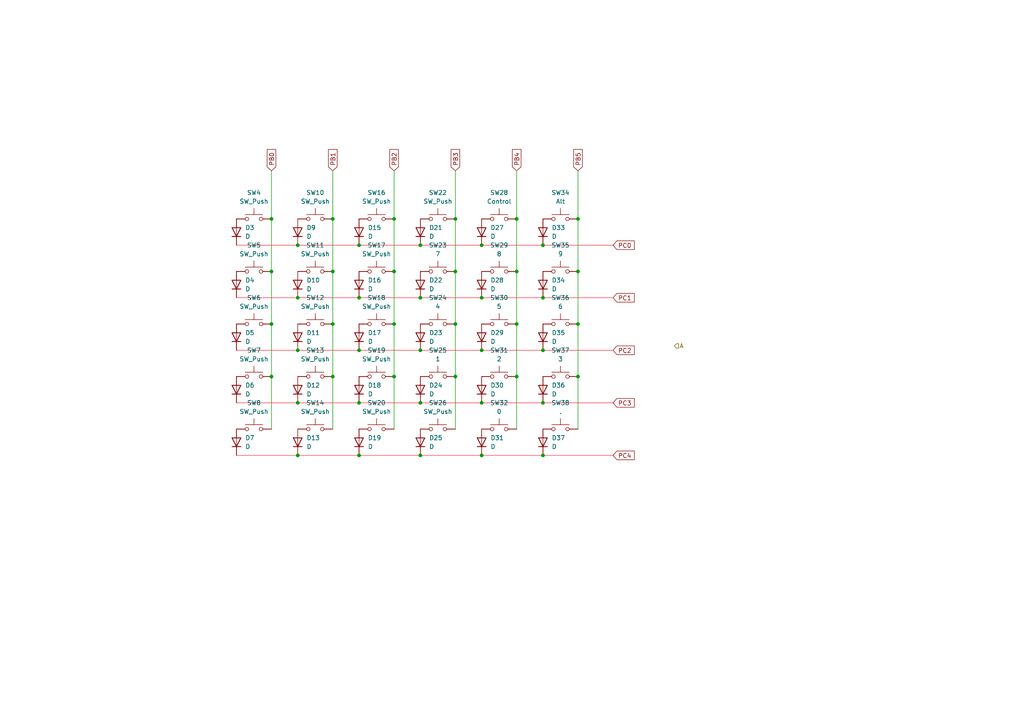
<source format=kicad_sch>
(kicad_sch (version 20211123) (generator eeschema)
  (paper "A4")
  (lib_symbols
    (symbol "Device:D" (pin_numbers hide) (pin_names (offset 1.016) hide)
      (property "Reference" "D" (at 0 2.54 0))
      (property "Value" "D" (at 0 -2.54 0))
      (symbol "D_0_1"
        (polyline (pts (xy -1.27 1.27) (xy -1.27 -1.27)) (stroke (width 0.254)))
        (polyline (pts (xy 1.27 0) (xy -1.27 0)))
        (polyline (pts (xy 1.27 1.27) (xy 1.27 -1.27) (xy -1.27 0) (xy 1.27 1.27)) (stroke (width 0.254)))
      )
      (symbol "D_1_1"
        (pin passive line (at -3.81 0 0) (length 2.54) (name "K") (number "1"))
        (pin passive line (at 3.81 0 180) (length 2.54) (name "A") (number "2"))
      )
    )
    (symbol "Switch:SW_Push" (pin_numbers hide) (pin_names (offset 1.016) hide)
      (property "Reference" "SW" (at 1.27 2.54 0))
      (property "Value" "SW_Push" (at 0 -1.524 0))
      (symbol "SW_Push_0_1"
        (circle (center -2.032 0) (radius 0.508))
        (polyline (pts (xy 0 1.27) (xy 0 3.048)))
        (polyline (pts (xy 2.54 1.27) (xy -2.54 1.27)))
        (circle (center 2.032 0) (radius 0.508))
        (pin passive line (at -5.08 0 0) (length 2.54) (name "1") (number "1"))
        (pin passive line (at 5.08 0 180) (length 2.54) (name "2") (number "2"))
      )
    )
  )
  (junction (at 139.7 86.36))
  (junction (at 157.48 86.36))
  (junction (at 86.36 116.84))
  (junction (at 78.74 109.22))
  (junction (at 121.92 86.36))
  (junction (at 104.14 86.36))
  (junction (at 96.52 109.22))
  (junction (at 121.92 116.84))
  (junction (at 86.36 101.6))
  (junction (at 104.14 101.6))
  (junction (at 78.74 93.98))
  (junction (at 139.7 101.6))
  (junction (at 132.08 63.5))
  (junction (at 149.86 63.5))
  (junction (at 96.52 63.5))
  (junction (at 86.36 132.08))
  (junction (at 132.08 93.98))
  (junction (at 114.3 78.74))
  (junction (at 157.48 71.12))
  (junction (at 96.52 93.98))
  (junction (at 86.36 71.12))
  (junction (at 104.14 116.84))
  (junction (at 114.3 109.22))
  (junction (at 132.08 78.74))
  (junction (at 149.86 78.74))
  (junction (at 149.86 93.98))
  (junction (at 78.74 78.74))
  (junction (at 139.7 71.12))
  (junction (at 114.3 93.98))
  (junction (at 96.52 78.74))
  (junction (at 157.48 101.6))
  (junction (at 167.64 93.98))
  (junction (at 121.92 132.08))
  (junction (at 157.48 132.08))
  (junction (at 132.08 109.22))
  (junction (at 167.64 109.22))
  (junction (at 139.7 132.08))
  (junction (at 104.14 71.12))
  (junction (at 167.64 63.5))
  (junction (at 121.92 101.6))
  (junction (at 149.86 109.22))
  (junction (at 114.3 63.5))
  (junction (at 78.74 63.5))
  (junction (at 167.64 78.74))
  (junction (at 157.48 116.84))
  (junction (at 139.7 116.84))
  (junction (at 121.92 71.12))
  (junction (at 86.36 86.36))
  (junction (at 104.14 132.08))
  (wire (pts (xy 139.7 132.08) (xy 157.48 132.08)) (stroke (width 0) (color 255 43 60 1)))
  (wire (pts (xy 132.08 93.98) (xy 132.08 109.22)))
  (wire (pts (xy 121.92 86.36) (xy 139.7 86.36)) (stroke (width 0) (color 255 43 60 1)))
  (wire (pts (xy 149.86 109.22) (xy 149.86 124.46)))
  (wire (pts (xy 121.92 71.12) (xy 139.7 71.12)) (stroke (width 0) (color 255 43 60 1)))
  (wire (pts (xy 86.36 116.84) (xy 104.14 116.84)) (stroke (width 0) (color 255 43 60 1)))
  (wire (pts (xy 139.7 116.84) (xy 157.48 116.84)) (stroke (width 0) (color 255 43 60 1)))
  (wire (pts (xy 167.64 49.53) (xy 167.64 63.5)))
  (wire (pts (xy 86.36 101.6) (xy 104.14 101.6)) (stroke (width 0) (color 255 43 60 1)))
  (wire (pts (xy 114.3 109.22) (xy 114.3 124.46)))
  (wire (pts (xy 157.48 86.36) (xy 177.8 86.36)) (stroke (width 0) (color 255 43 60 1)))
  (wire (pts (xy 149.86 78.74) (xy 149.86 93.98)))
  (wire (pts (xy 157.48 101.6) (xy 177.8 101.6)) (stroke (width 0) (color 255 43 60 1)))
  (wire (pts (xy 96.52 109.22) (xy 96.52 124.46)))
  (wire (pts (xy 114.3 49.53) (xy 114.3 63.5)))
  (wire (pts (xy 68.58 101.6) (xy 86.36 101.6)) (stroke (width 0) (color 255 43 60 1)))
  (wire (pts (xy 68.58 86.36) (xy 86.36 86.36)) (stroke (width 0) (color 255 43 60 1)))
  (wire (pts (xy 139.7 101.6) (xy 157.48 101.6)) (stroke (width 0) (color 255 43 60 1)))
  (wire (pts (xy 157.48 71.12) (xy 177.8 71.12)) (stroke (width 0) (color 255 43 60 1)))
  (wire (pts (xy 121.92 116.84) (xy 139.7 116.84)) (stroke (width 0) (color 255 43 60 1)))
  (wire (pts (xy 68.58 71.12) (xy 86.36 71.12)) (stroke (width 0) (color 255 43 60 1)))
  (wire (pts (xy 149.86 49.53) (xy 149.86 63.5)))
  (wire (pts (xy 86.36 132.08) (xy 104.14 132.08)) (stroke (width 0) (color 255 43 60 1)))
  (wire (pts (xy 149.86 93.98) (xy 149.86 109.22)))
  (wire (pts (xy 104.14 116.84) (xy 121.92 116.84)) (stroke (width 0) (color 255 43 60 1)))
  (wire (pts (xy 114.3 93.98) (xy 114.3 109.22)))
  (wire (pts (xy 78.74 63.5) (xy 78.74 78.74)))
  (wire (pts (xy 104.14 86.36) (xy 121.92 86.36)) (stroke (width 0) (color 255 43 60 1)))
  (wire (pts (xy 132.08 49.53) (xy 132.08 63.5)))
  (wire (pts (xy 104.14 101.6) (xy 121.92 101.6)) (stroke (width 0) (color 255 43 60 1)))
  (wire (pts (xy 157.48 132.08) (xy 177.8 132.08)) (stroke (width 0) (color 255 43 60 1)))
  (wire (pts (xy 96.52 78.74) (xy 96.52 93.98)))
  (wire (pts (xy 68.58 132.08) (xy 86.36 132.08)) (stroke (width 0) (color 255 43 60 1)))
  (wire (pts (xy 157.48 116.84) (xy 177.8 116.84)) (stroke (width 0) (color 255 43 60 1)))
  (wire (pts (xy 132.08 109.22) (xy 132.08 124.46)))
  (wire (pts (xy 132.08 63.5) (xy 132.08 78.74)))
  (wire (pts (xy 149.86 63.5) (xy 149.86 78.74)))
  (wire (pts (xy 96.52 49.53) (xy 96.52 63.5)))
  (wire (pts (xy 78.74 93.98) (xy 78.74 109.22)))
  (wire (pts (xy 167.64 93.98) (xy 167.64 109.22)))
  (wire (pts (xy 121.92 101.6) (xy 139.7 101.6)) (stroke (width 0) (color 255 43 60 1)))
  (wire (pts (xy 167.64 63.5) (xy 167.64 78.74)))
  (wire (pts (xy 86.36 71.12) (xy 104.14 71.12)) (stroke (width 0) (color 255 43 60 1)))
  (wire (pts (xy 86.36 86.36) (xy 104.14 86.36)) (stroke (width 0) (color 255 43 60 1)))
  (wire (pts (xy 114.3 63.5) (xy 114.3 78.74)))
  (wire (pts (xy 132.08 78.74) (xy 132.08 93.98)))
  (wire (pts (xy 104.14 71.12) (xy 121.92 71.12)) (stroke (width 0) (color 255 43 60 1)))
  (wire (pts (xy 139.7 71.12) (xy 157.48 71.12)) (stroke (width 0) (color 255 43 60 1)))
  (wire (pts (xy 167.64 78.74) (xy 167.64 93.98)))
  (wire (pts (xy 78.74 49.53) (xy 78.74 63.5)))
  (wire (pts (xy 96.52 63.5) (xy 96.52 78.74)))
  (wire (pts (xy 68.58 116.84) (xy 86.36 116.84)) (stroke (width 0) (color 255 43 60 1)))
  (wire (pts (xy 167.64 109.22) (xy 167.64 124.46)))
  (wire (pts (xy 114.3 78.74) (xy 114.3 93.98)))
  (wire (pts (xy 96.52 93.98) (xy 96.52 109.22)))
  (wire (pts (xy 139.7 86.36) (xy 157.48 86.36)) (stroke (width 0) (color 255 43 60 1)))
  (wire (pts (xy 104.14 132.08) (xy 121.92 132.08)) (stroke (width 0) (color 255 43 60 1)))
  (wire (pts (xy 121.92 132.08) (xy 139.7 132.08)) (stroke (width 0) (color 255 43 60 1)))
  (wire (pts (xy 78.74 109.22) (xy 78.74 124.46)))
  (wire (pts (xy 78.74 78.74) (xy 78.74 93.98)))
  (global_label "PC3" (shape input) (at 177.8 116.84 0) (property "Intersheet References" "${INTERSHEET_REFS}" (effects hide)))
  (global_label "PC1" (shape input) (at 177.8 86.36 0) (property "Intersheet References" "${INTERSHEET_REFS}" (effects hide)))
  (global_label "PB1" (shape input) (at 96.52 49.53 90) (property "Intersheet References" "${INTERSHEET_REFS}" (effects hide)))
  (global_label "PB5" (shape input) (at 167.64 49.53 90) (property "Intersheet References" "${INTERSHEET_REFS}" (effects hide)))
  (global_label "PB2" (shape input) (at 114.3 49.53 90) (property "Intersheet References" "${INTERSHEET_REFS}" (effects hide)))
  (global_label "PB0" (shape input) (at 78.74 49.53 90) (property "Intersheet References" "${INTERSHEET_REFS}" (effects hide)))
  (global_label "PC0" (shape input) (at 177.8 71.12 0) (property "Intersheet References" "${INTERSHEET_REFS}" (effects hide)))
  (global_label "PC4" (shape input) (at 177.8 132.08 0) (property "Intersheet References" "${INTERSHEET_REFS}" (effects hide)))
  (global_label "PC2" (shape input) (at 177.8 101.6 0) (property "Intersheet References" "${INTERSHEET_REFS}" (effects hide)))
  (global_label "PB3" (shape input) (at 132.08 49.53 90) (property "Intersheet References" "${INTERSHEET_REFS}" (effects hide)))
  (global_label "PB4" (shape input) (at 149.86 49.53 90) (property "Intersheet References" "${INTERSHEET_REFS}" (effects hide)))
  (hierarchical_label "A" (shape input) (at 195.58 100.33 0))
  (symbol (lib_id "Switch:SW_Push") (at 127 109.22 0) (unit 1)
    (property "Reference" "SW25" (at 127 101.6 0))
    (property "Value" "1" (at 127 104.14 0))
    (property "Footprint" "Switch_Keyboard_Cherry_MX:SW_Cherry_MX_PCB_1.00u" (effects hide))
  )
  (symbol (lib_id "Switch:SW_Push") (at 162.56 124.46 0) (unit 1)
    (property "Reference" "SW38" (at 162.56 116.84 0))
    (property "Value" "." (at 162.56 119.38 0))
    (property "Footprint" "Switch_Keyboard_Cherry_MX:SW_Cherry_MX_PCB_1.00u" (effects hide))
  )
  (symbol (lib_id "Switch:SW_Push") (at 73.66 63.5 0) (unit 1)
    (property "Reference" "SW4" (at 73.66 55.88 0))
    (property "Value" "SW_Push" (at 73.66 58.42 0))
    (property "Footprint" "Switch_Keyboard_Cherry_MX:SW_Cherry_MX_PCB_1.00u" (effects hide))
  )
  (symbol (lib_id "Device:D") (at 86.36 128.27 90) (unit 1)
    (property "Reference" "D13" (at 88.9 126.9999 90) (effects (justify right)))
    (property "Value" "D" (at 88.9 129.5399 90) (effects (justify right)))
    (property "Footprint" "Diode_THT:D_A-405_P10.16mm_Horizontal" (effects hide))
  )
  (symbol (lib_id "Device:D") (at 139.7 97.79 90) (unit 1)
    (property "Reference" "D29" (at 142.24 96.5199 90) (effects (justify right)))
    (property "Value" "D" (at 142.24 99.0599 90) (effects (justify right)))
    (property "Footprint" "Diode_THT:D_A-405_P10.16mm_Horizontal" (effects hide))
  )
  (symbol (lib_id "Switch:SW_Push") (at 162.56 93.98 0) (unit 1)
    (property "Reference" "SW36" (at 162.56 86.36 0))
    (property "Value" "6" (at 162.56 88.9 0))
    (property "Footprint" "Switch_Keyboard_Cherry_MX:SW_Cherry_MX_PCB_1.00u" (effects hide))
  )
  (symbol (lib_id "Switch:SW_Push") (at 144.78 124.46 0) (unit 1)
    (property "Reference" "SW32" (at 144.78 116.84 0))
    (property "Value" "0" (at 144.78 119.38 0))
    (property "Footprint" "Switch_Keyboard_Cherry_MX:SW_Cherry_MX_PCB_1.00u" (effects hide))
  )
  (symbol (lib_id "Device:D") (at 121.92 82.55 90) (unit 1)
    (property "Reference" "D22" (at 124.46 81.2799 90) (effects (justify right)))
    (property "Value" "D" (at 124.46 83.8199 90) (effects (justify right)))
    (property "Footprint" "Diode_THT:D_A-405_P10.16mm_Horizontal" (effects hide))
  )
  (symbol (lib_id "Switch:SW_Push") (at 127 124.46 0) (unit 1)
    (property "Reference" "SW26" (at 127 116.84 0))
    (property "Value" "SW_Push" (at 127 119.38 0))
    (property "Footprint" "Switch_Keyboard_Cherry_MX:SW_Cherry_MX_PCB_1.00u" (effects hide))
  )
  (symbol (lib_id "Switch:SW_Push") (at 127 93.98 0) (unit 1)
    (property "Reference" "SW24" (at 127 86.36 0))
    (property "Value" "4" (at 127 88.9 0))
    (property "Footprint" "Switch_Keyboard_Cherry_MX:SW_Cherry_MX_PCB_1.00u" (effects hide))
  )
  (symbol (lib_id "Switch:SW_Push") (at 73.66 109.22 0) (unit 1)
    (property "Reference" "SW7" (at 73.66 101.6 0))
    (property "Value" "SW_Push" (at 73.66 104.14 0))
    (property "Footprint" "Switch_Keyboard_Cherry_MX:SW_Cherry_MX_PCB_1.00u" (effects hide))
  )
  (symbol (lib_id "Switch:SW_Push") (at 91.44 63.5 0) (unit 1)
    (property "Reference" "SW10" (at 91.44 55.88 0))
    (property "Value" "SW_Push" (at 91.44 58.42 0))
    (property "Footprint" "Switch_Keyboard_Cherry_MX:SW_Cherry_MX_PCB_1.00u" (effects hide))
  )
  (symbol (lib_id "Device:D") (at 86.36 67.31 90) (unit 1)
    (property "Reference" "D9" (at 88.9 66.0399 90) (effects (justify right)))
    (property "Value" "D" (at 88.9 68.5799 90) (effects (justify right)))
    (property "Footprint" "Diode_THT:D_A-405_P10.16mm_Horizontal" (effects hide))
  )
  (symbol (lib_id "Switch:SW_Push") (at 73.66 93.98 0) (unit 1)
    (property "Reference" "SW6" (at 73.66 86.36 0))
    (property "Value" "SW_Push" (at 73.66 88.9 0))
    (property "Footprint" "Switch_Keyboard_Cherry_MX:SW_Cherry_MX_PCB_1.00u" (effects hide))
  )
  (symbol (lib_id "Device:D") (at 104.14 128.27 90) (unit 1)
    (property "Reference" "D19" (at 106.68 126.9999 90) (effects (justify right)))
    (property "Value" "D" (at 106.68 129.5399 90) (effects (justify right)))
    (property "Footprint" "Diode_THT:D_A-405_P10.16mm_Horizontal" (effects hide))
  )
  (symbol (lib_id "Device:D") (at 139.7 82.55 90) (unit 1)
    (property "Reference" "D28" (at 142.24 81.2799 90) (effects (justify right)))
    (property "Value" "D" (at 142.24 83.8199 90) (effects (justify right)))
    (property "Footprint" "Diode_THT:D_A-405_P10.16mm_Horizontal" (effects hide))
  )
  (symbol (lib_id "Switch:SW_Push") (at 144.78 78.74 0) (unit 1)
    (property "Reference" "SW29" (at 144.78 71.12 0))
    (property "Value" "8" (at 144.78 73.66 0))
    (property "Footprint" "Switch_Keyboard_Cherry_MX:SW_Cherry_MX_PCB_1.00u" (effects hide))
  )
  (symbol (lib_id "Switch:SW_Push") (at 109.22 63.5 0) (unit 1)
    (property "Reference" "SW16" (at 109.22 55.88 0))
    (property "Value" "SW_Push" (at 109.22 58.42 0))
    (property "Footprint" "Switch_Keyboard_Cherry_MX:SW_Cherry_MX_PCB_1.00u" (effects hide))
  )
  (symbol (lib_id "Device:D") (at 68.58 82.55 90) (unit 1)
    (property "Reference" "D4" (at 71.12 81.2799 90) (effects (justify right)))
    (property "Value" "D" (at 71.12 83.8199 90) (effects (justify right)))
    (property "Footprint" "Diode_THT:D_A-405_P10.16mm_Horizontal" (effects hide))
  )
  (symbol (lib_id "Device:D") (at 157.48 113.03 90) (unit 1)
    (property "Reference" "D36" (at 160.02 111.7599 90) (effects (justify right)))
    (property "Value" "D" (at 160.02 114.2999 90) (effects (justify right)))
    (property "Footprint" "Diode_THT:D_A-405_P10.16mm_Horizontal" (effects hide))
  )
  (symbol (lib_id "Device:D") (at 86.36 113.03 90) (unit 1)
    (property "Reference" "D12" (at 88.9 111.7599 90) (effects (justify right)))
    (property "Value" "D" (at 88.9 114.2999 90) (effects (justify right)))
    (property "Footprint" "Diode_THT:D_A-405_P10.16mm_Horizontal" (effects hide))
  )
  (symbol (lib_id "Device:D") (at 121.92 67.31 90) (unit 1)
    (property "Reference" "D21" (at 124.46 66.0399 90) (effects (justify right)))
    (property "Value" "D" (at 124.46 68.5799 90) (effects (justify right)))
    (property "Footprint" "Diode_THT:D_A-405_P10.16mm_Horizontal" (effects hide))
  )
  (symbol (lib_id "Switch:SW_Push") (at 109.22 124.46 0) (unit 1)
    (property "Reference" "SW20" (at 109.22 116.84 0))
    (property "Value" "SW_Push" (at 109.22 119.38 0))
    (property "Footprint" "Switch_Keyboard_Cherry_MX:SW_Cherry_MX_PCB_1.00u" (effects hide))
  )
  (symbol (lib_id "Device:D") (at 104.14 113.03 90) (unit 1)
    (property "Reference" "D18" (at 106.68 111.7599 90) (effects (justify right)))
    (property "Value" "D" (at 106.68 114.2999 90) (effects (justify right)))
    (property "Footprint" "Diode_THT:D_A-405_P10.16mm_Horizontal" (effects hide))
  )
  (symbol (lib_id "Switch:SW_Push") (at 91.44 124.46 0) (unit 1)
    (property "Reference" "SW14" (at 91.44 116.84 0))
    (property "Value" "SW_Push" (at 91.44 119.38 0))
    (property "Footprint" "Switch_Keyboard_Cherry_MX:SW_Cherry_MX_PCB_1.00u" (effects hide))
  )
  (symbol (lib_id "Device:D") (at 104.14 82.55 90) (unit 1)
    (property "Reference" "D16" (at 106.68 81.2799 90) (effects (justify right)))
    (property "Value" "D" (at 106.68 83.8199 90) (effects (justify right)))
    (property "Footprint" "Diode_THT:D_A-405_P10.16mm_Horizontal" (effects hide))
  )
  (symbol (lib_id "Switch:SW_Push") (at 73.66 78.74 0) (unit 1)
    (property "Reference" "SW5" (at 73.66 71.12 0))
    (property "Value" "SW_Push" (at 73.66 73.66 0))
    (property "Footprint" "Switch_Keyboard_Cherry_MX:SW_Cherry_MX_PCB_1.00u" (effects hide))
  )
  (symbol (lib_id "Switch:SW_Push") (at 127 78.74 0) (unit 1)
    (property "Reference" "SW23" (at 127 71.12 0))
    (property "Value" "7" (at 127 73.66 0))
    (property "Footprint" "Switch_Keyboard_Cherry_MX:SW_Cherry_MX_PCB_1.00u" (effects hide))
  )
  (symbol (lib_id "Device:D") (at 157.48 67.31 90) (unit 1)
    (property "Reference" "D33" (at 160.02 66.0399 90) (effects (justify right)))
    (property "Value" "D" (at 160.02 68.5799 90) (effects (justify right)))
    (property "Footprint" "Diode_THT:D_A-405_P10.16mm_Horizontal" (effects hide))
  )
  (symbol (lib_id "Switch:SW_Push") (at 91.44 78.74 0) (unit 1)
    (property "Reference" "SW11" (at 91.44 71.12 0))
    (property "Value" "SW_Push" (at 91.44 73.66 0))
    (property "Footprint" "Switch_Keyboard_Cherry_MX:SW_Cherry_MX_PCB_1.00u" (effects hide))
  )
  (symbol (lib_id "Switch:SW_Push") (at 144.78 63.5 0) (unit 1)
    (property "Reference" "SW28" (at 144.78 55.88 0))
    (property "Value" "Control" (at 144.78 58.42 0))
    (property "Footprint" "Switch_Keyboard_Cherry_MX:SW_Cherry_MX_PCB_1.00u" (effects hide))
  )
  (symbol (lib_id "Device:D") (at 86.36 82.55 90) (unit 1)
    (property "Reference" "D10" (at 88.9 81.2799 90) (effects (justify right)))
    (property "Value" "D" (at 88.9 83.8199 90) (effects (justify right)))
    (property "Footprint" "Diode_THT:D_A-405_P10.16mm_Horizontal" (effects hide))
  )
  (symbol (lib_id "Switch:SW_Push") (at 162.56 109.22 0) (unit 1)
    (property "Reference" "SW37" (at 162.56 101.6 0))
    (property "Value" "3" (at 162.56 104.14 0))
    (property "Footprint" "Switch_Keyboard_Cherry_MX:SW_Cherry_MX_PCB_1.00u" (effects hide))
  )
  (symbol (lib_id "Device:D") (at 157.48 82.55 90) (unit 1)
    (property "Reference" "D34" (at 160.02 81.2799 90) (effects (justify right)))
    (property "Value" "D" (at 160.02 83.8199 90) (effects (justify right)))
    (property "Footprint" "Diode_THT:D_A-405_P10.16mm_Horizontal" (effects hide))
  )
  (symbol (lib_id "Switch:SW_Push") (at 73.66 124.46 0) (unit 1)
    (property "Reference" "SW8" (at 73.66 116.84 0))
    (property "Value" "SW_Push" (at 73.66 119.38 0))
    (property "Footprint" "Switch_Keyboard_Cherry_MX:SW_Cherry_MX_PCB_1.00u" (effects hide))
  )
  (symbol (lib_id "Device:D") (at 104.14 97.79 90) (unit 1)
    (property "Reference" "D17" (at 106.68 96.5199 90) (effects (justify right)))
    (property "Value" "D" (at 106.68 99.0599 90) (effects (justify right)))
    (property "Footprint" "Diode_THT:D_A-405_P10.16mm_Horizontal" (effects hide))
  )
  (symbol (lib_id "Switch:SW_Push") (at 162.56 78.74 0) (unit 1)
    (property "Reference" "SW35" (at 162.56 71.12 0))
    (property "Value" "9" (at 162.56 73.66 0))
    (property "Footprint" "Switch_Keyboard_Cherry_MX:SW_Cherry_MX_PCB_1.00u" (effects hide))
  )
  (symbol (lib_id "Switch:SW_Push") (at 91.44 109.22 0) (unit 1)
    (property "Reference" "SW13" (at 91.44 101.6 0))
    (property "Value" "SW_Push" (at 91.44 104.14 0))
    (property "Footprint" "Switch_Keyboard_Cherry_MX:SW_Cherry_MX_PCB_1.00u" (effects hide))
  )
  (symbol (lib_id "Switch:SW_Push") (at 109.22 78.74 0) (unit 1)
    (property "Reference" "SW17" (at 109.22 71.12 0))
    (property "Value" "SW_Push" (at 109.22 73.66 0))
    (property "Footprint" "Switch_Keyboard_Cherry_MX:SW_Cherry_MX_PCB_1.00u" (effects hide))
  )
  (symbol (lib_id "Device:D") (at 86.36 97.79 90) (unit 1)
    (property "Reference" "D11" (at 88.9 96.5199 90) (effects (justify right)))
    (property "Value" "D" (at 88.9 99.0599 90) (effects (justify right)))
    (property "Footprint" "Diode_THT:D_A-405_P10.16mm_Horizontal" (effects hide))
  )
  (symbol (lib_id "Switch:SW_Push") (at 144.78 109.22 0) (unit 1)
    (property "Reference" "SW31" (at 144.78 101.6 0))
    (property "Value" "2" (at 144.78 104.14 0))
    (property "Footprint" "Switch_Keyboard_Cherry_MX:SW_Cherry_MX_PCB_1.00u" (effects hide))
  )
  (symbol (lib_id "Device:D") (at 121.92 97.79 90) (unit 1)
    (property "Reference" "D23" (at 124.46 96.5199 90) (effects (justify right)))
    (property "Value" "D" (at 124.46 99.0599 90) (effects (justify right)))
    (property "Footprint" "Diode_THT:D_A-405_P10.16mm_Horizontal" (effects hide))
  )
  (symbol (lib_id "Device:D") (at 121.92 113.03 90) (unit 1)
    (property "Reference" "D24" (at 124.46 111.7599 90) (effects (justify right)))
    (property "Value" "D" (at 124.46 114.2999 90) (effects (justify right)))
    (property "Footprint" "Diode_THT:D_A-405_P10.16mm_Horizontal" (effects hide))
  )
  (symbol (lib_id "Device:D") (at 139.7 67.31 90) (unit 1)
    (property "Reference" "D27" (at 142.24 66.0399 90) (effects (justify right)))
    (property "Value" "D" (at 142.24 68.5799 90) (effects (justify right)))
    (property "Footprint" "Diode_THT:D_A-405_P10.16mm_Horizontal" (effects hide))
  )
  (symbol (lib_id "Device:D") (at 68.58 67.31 90) (unit 1)
    (property "Reference" "D3" (at 71.12 66.0399 90) (effects (justify right)))
    (property "Value" "D" (at 71.12 68.5799 90) (effects (justify right)))
    (property "Footprint" "Diode_THT:D_A-405_P10.16mm_Horizontal" (effects hide))
  )
  (symbol (lib_id "Device:D") (at 68.58 97.79 90) (unit 1)
    (property "Reference" "D5" (at 71.12 96.5199 90) (effects (justify right)))
    (property "Value" "D" (at 71.12 99.0599 90) (effects (justify right)))
    (property "Footprint" "Diode_THT:D_A-405_P10.16mm_Horizontal" (effects hide))
  )
  (symbol (lib_id "Device:D") (at 68.58 128.27 90) (unit 1)
    (property "Reference" "D7" (at 71.12 126.9999 90) (effects (justify right)))
    (property "Value" "D" (at 71.12 129.5399 90) (effects (justify right)))
    (property "Footprint" "Diode_THT:D_A-405_P10.16mm_Horizontal" (effects hide))
  )
  (symbol (lib_id "Device:D") (at 139.7 113.03 90) (unit 1)
    (property "Reference" "D30" (at 142.24 111.7599 90) (effects (justify right)))
    (property "Value" "D" (at 142.24 114.2999 90) (effects (justify right)))
    (property "Footprint" "Diode_THT:D_A-405_P10.16mm_Horizontal" (effects hide))
  )
  (symbol (lib_id "Switch:SW_Push") (at 91.44 93.98 0) (unit 1)
    (property "Reference" "SW12" (at 91.44 86.36 0))
    (property "Value" "SW_Push" (at 91.44 88.9 0))
    (property "Footprint" "Switch_Keyboard_Cherry_MX:SW_Cherry_MX_PCB_1.00u" (effects hide))
  )
  (symbol (lib_id "Device:D") (at 139.7 128.27 90) (unit 1)
    (property "Reference" "D31" (at 142.24 126.9999 90) (effects (justify right)))
    (property "Value" "D" (at 142.24 129.5399 90) (effects (justify right)))
    (property "Footprint" "Diode_THT:D_A-405_P10.16mm_Horizontal" (effects hide))
  )
  (symbol (lib_id "Switch:SW_Push") (at 127 63.5 0) (unit 1)
    (property "Reference" "SW22" (at 127 55.88 0))
    (property "Value" "SW_Push" (at 127 58.42 0))
    (property "Footprint" "Switch_Keyboard_Cherry_MX:SW_Cherry_MX_PCB_1.00u" (effects hide))
  )
  (symbol (lib_id "Switch:SW_Push") (at 109.22 109.22 0) (unit 1)
    (property "Reference" "SW19" (at 109.22 101.6 0))
    (property "Value" "SW_Push" (at 109.22 104.14 0))
    (property "Footprint" "Switch_Keyboard_Cherry_MX:SW_Cherry_MX_PCB_1.00u" (effects hide))
  )
  (symbol (lib_id "Switch:SW_Push") (at 144.78 93.98 0) (unit 1)
    (property "Reference" "SW30" (at 144.78 86.36 0))
    (property "Value" "5" (at 144.78 88.9 0))
    (property "Footprint" "Switch_Keyboard_Cherry_MX:SW_Cherry_MX_PCB_1.00u" (effects hide))
  )
  (symbol (lib_id "Switch:SW_Push") (at 162.56 63.5 0) (unit 1)
    (property "Reference" "SW34" (at 162.56 55.88 0))
    (property "Value" "Alt" (at 162.56 58.42 0))
    (property "Footprint" "Switch_Keyboard_Cherry_MX:SW_Cherry_MX_PCB_1.00u" (effects hide))
  )
  (symbol (lib_id "Device:D") (at 68.58 113.03 90) (unit 1)
    (property "Reference" "D6" (at 71.12 111.7599 90) (effects (justify right)))
    (property "Value" "D" (at 71.12 114.2999 90) (effects (justify right)))
    (property "Footprint" "Diode_THT:D_A-405_P10.16mm_Horizontal" (effects hide))
  )
  (symbol (lib_id "Switch:SW_Push") (at 109.22 93.98 0) (unit 1)
    (property "Reference" "SW18" (at 109.22 86.36 0))
    (property "Value" "SW_Push" (at 109.22 88.9 0))
    (property "Footprint" "Switch_Keyboard_Cherry_MX:SW_Cherry_MX_PCB_1.00u" (effects hide))
  )
  (symbol (lib_id "Device:D") (at 157.48 97.79 90) (unit 1)
    (property "Reference" "D35" (at 160.02 96.5199 90) (effects (justify right)))
    (property "Value" "D" (at 160.02 99.0599 90) (effects (justify right)))
    (property "Footprint" "Diode_THT:D_A-405_P10.16mm_Horizontal" (effects hide))
  )
  (symbol (lib_id "Device:D") (at 157.48 128.27 90) (unit 1)
    (property "Reference" "D37" (at 160.02 126.9999 90) (effects (justify right)))
    (property "Value" "D" (at 160.02 129.5399 90) (effects (justify right)))
    (property "Footprint" "Diode_THT:D_A-405_P10.16mm_Horizontal" (effects hide))
  )
  (symbol (lib_id "Device:D") (at 121.92 128.27 90) (unit 1)
    (property "Reference" "D25" (at 124.46 126.9999 90) (effects (justify right)))
    (property "Value" "D" (at 124.46 129.5399 90) (effects (justify right)))
    (property "Footprint" "Diode_THT:D_A-405_P10.16mm_Horizontal" (effects hide))
  )
  (symbol (lib_id "Device:D") (at 104.14 67.31 90) (unit 1)
    (property "Reference" "D15" (at 106.68 66.0399 90) (effects (justify right)))
    (property "Value" "D" (at 106.68 68.5799 90) (effects (justify right)))
    (property "Footprint" "Diode_THT:D_A-405_P10.16mm_Horizontal" (effects hide))
  )
)
</source>
